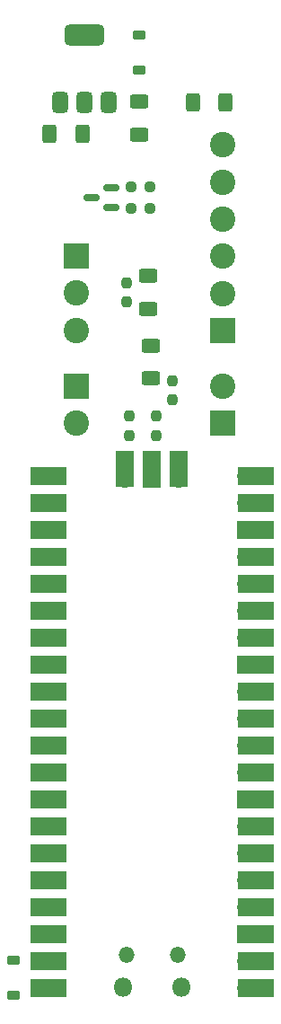
<source format=gbr>
%TF.GenerationSoftware,KiCad,Pcbnew,7.0.11+dfsg-1build4*%
%TF.CreationDate,2024-12-03T15:14:33-08:00*%
%TF.ProjectId,lightjar,6c696768-746a-4617-922e-6b696361645f,rev?*%
%TF.SameCoordinates,Original*%
%TF.FileFunction,Soldermask,Top*%
%TF.FilePolarity,Negative*%
%FSLAX46Y46*%
G04 Gerber Fmt 4.6, Leading zero omitted, Abs format (unit mm)*
G04 Created by KiCad (PCBNEW 7.0.11+dfsg-1build4) date 2024-12-03 15:14:33*
%MOMM*%
%LPD*%
G01*
G04 APERTURE LIST*
G04 Aperture macros list*
%AMRoundRect*
0 Rectangle with rounded corners*
0 $1 Rounding radius*
0 $2 $3 $4 $5 $6 $7 $8 $9 X,Y pos of 4 corners*
0 Add a 4 corners polygon primitive as box body*
4,1,4,$2,$3,$4,$5,$6,$7,$8,$9,$2,$3,0*
0 Add four circle primitives for the rounded corners*
1,1,$1+$1,$2,$3*
1,1,$1+$1,$4,$5*
1,1,$1+$1,$6,$7*
1,1,$1+$1,$8,$9*
0 Add four rect primitives between the rounded corners*
20,1,$1+$1,$2,$3,$4,$5,0*
20,1,$1+$1,$4,$5,$6,$7,0*
20,1,$1+$1,$6,$7,$8,$9,0*
20,1,$1+$1,$8,$9,$2,$3,0*%
G04 Aperture macros list end*
%ADD10RoundRect,0.225000X-0.375000X0.225000X-0.375000X-0.225000X0.375000X-0.225000X0.375000X0.225000X0*%
%ADD11RoundRect,0.225000X0.375000X-0.225000X0.375000X0.225000X-0.375000X0.225000X-0.375000X-0.225000X0*%
%ADD12RoundRect,0.237500X-0.250000X-0.237500X0.250000X-0.237500X0.250000X0.237500X-0.250000X0.237500X0*%
%ADD13RoundRect,0.250000X-0.400000X-0.625000X0.400000X-0.625000X0.400000X0.625000X-0.400000X0.625000X0*%
%ADD14RoundRect,0.237500X0.237500X-0.250000X0.237500X0.250000X-0.237500X0.250000X-0.237500X-0.250000X0*%
%ADD15RoundRect,0.250000X0.625000X-0.400000X0.625000X0.400000X-0.625000X0.400000X-0.625000X-0.400000X0*%
%ADD16RoundRect,0.250000X-0.625000X0.400000X-0.625000X-0.400000X0.625000X-0.400000X0.625000X0.400000X0*%
%ADD17RoundRect,0.237500X-0.237500X0.250000X-0.237500X-0.250000X0.237500X-0.250000X0.237500X0.250000X0*%
%ADD18C,2.400000*%
%ADD19R,2.400000X2.400000*%
%ADD20RoundRect,0.250000X0.400000X0.625000X-0.400000X0.625000X-0.400000X-0.625000X0.400000X-0.625000X0*%
%ADD21RoundRect,0.150000X0.587500X0.150000X-0.587500X0.150000X-0.587500X-0.150000X0.587500X-0.150000X0*%
%ADD22R,1.700000X3.500000*%
%ADD23O,1.700000X1.700000*%
%ADD24R,1.700000X1.700000*%
%ADD25R,3.500000X1.700000*%
%ADD26O,1.800000X1.800000*%
%ADD27O,1.500000X1.500000*%
%ADD28RoundRect,0.375000X0.375000X-0.625000X0.375000X0.625000X-0.375000X0.625000X-0.375000X-0.625000X0*%
%ADD29RoundRect,0.500000X1.400000X-0.500000X1.400000X0.500000X-1.400000X0.500000X-1.400000X-0.500000X0*%
G04 APERTURE END LIST*
D10*
%TO.C,D2*%
X150000000Y-124350000D03*
X150000000Y-127650000D03*
%TD*%
D11*
%TO.C,D1*%
X161902913Y-40495158D03*
X161902913Y-37195158D03*
%TD*%
D12*
%TO.C,R5*%
X162912500Y-51500000D03*
X161087500Y-51500000D03*
%TD*%
D13*
%TO.C,F1*%
X170050000Y-43500000D03*
X166950000Y-43500000D03*
%TD*%
D14*
%TO.C,R4*%
X163500000Y-73087500D03*
X163500000Y-74912500D03*
%TD*%
D15*
%TO.C,C4*%
X163013379Y-66443253D03*
X163013379Y-69543253D03*
%TD*%
D16*
%TO.C,C1*%
X161900000Y-43450000D03*
X161900000Y-46550000D03*
%TD*%
D17*
%TO.C,R1*%
X161000000Y-74912500D03*
X161000000Y-73087500D03*
%TD*%
D18*
%TO.C,J2*%
X156000000Y-73750000D03*
D19*
X156000000Y-70250000D03*
%TD*%
D12*
%TO.C,R6*%
X162912500Y-53500000D03*
X161087500Y-53500000D03*
%TD*%
D18*
%TO.C,J4*%
X156000000Y-65000000D03*
X156000000Y-61500000D03*
D19*
X156000000Y-58000000D03*
%TD*%
D20*
%TO.C,C2*%
X156550000Y-46500000D03*
X153450000Y-46500000D03*
%TD*%
D17*
%TO.C,R3*%
X160725000Y-62362500D03*
X160725000Y-60537500D03*
%TD*%
D19*
%TO.C,J1*%
X169799443Y-65030275D03*
D18*
X169799443Y-61530275D03*
X169799443Y-58030275D03*
X169799443Y-54530275D03*
X169799443Y-51030275D03*
X169799443Y-47530275D03*
%TD*%
D21*
%TO.C,Q1*%
X157400000Y-52500000D03*
X159275000Y-51550000D03*
X159275000Y-53450000D03*
%TD*%
D17*
%TO.C,R2*%
X165000000Y-71575000D03*
X165000000Y-69750000D03*
%TD*%
D22*
%TO.C,U2*%
X160570000Y-78090000D03*
D23*
X160570000Y-78990000D03*
D22*
X163110000Y-78090000D03*
D24*
X163110000Y-78990000D03*
D22*
X165650000Y-78090000D03*
D23*
X165650000Y-78990000D03*
D25*
X153320000Y-127020000D03*
D23*
X154220000Y-127020000D03*
D25*
X153320000Y-124480000D03*
D23*
X154220000Y-124480000D03*
D25*
X153320000Y-121940000D03*
D24*
X154220000Y-121940000D03*
D25*
X153320000Y-119400000D03*
D23*
X154220000Y-119400000D03*
D25*
X153320000Y-116860000D03*
D23*
X154220000Y-116860000D03*
D25*
X153320000Y-114320000D03*
D23*
X154220000Y-114320000D03*
D25*
X153320000Y-111780000D03*
D23*
X154220000Y-111780000D03*
D25*
X153320000Y-109240000D03*
D24*
X154220000Y-109240000D03*
D25*
X153320000Y-106700000D03*
D23*
X154220000Y-106700000D03*
D25*
X153320000Y-104160000D03*
D23*
X154220000Y-104160000D03*
D25*
X153320000Y-101620000D03*
D23*
X154220000Y-101620000D03*
D25*
X153320000Y-99080000D03*
D23*
X154220000Y-99080000D03*
D25*
X153320000Y-96540000D03*
D24*
X154220000Y-96540000D03*
D25*
X153320000Y-94000000D03*
D23*
X154220000Y-94000000D03*
D25*
X153320000Y-91460000D03*
D23*
X154220000Y-91460000D03*
D25*
X153320000Y-88920000D03*
D23*
X154220000Y-88920000D03*
D25*
X153320000Y-86380000D03*
D23*
X154220000Y-86380000D03*
D25*
X153320000Y-83840000D03*
D24*
X154220000Y-83840000D03*
D25*
X153320000Y-81300000D03*
D23*
X154220000Y-81300000D03*
D25*
X153320000Y-78760000D03*
D23*
X154220000Y-78760000D03*
D25*
X172900000Y-78760000D03*
D23*
X172000000Y-78760000D03*
D25*
X172900000Y-81300000D03*
D23*
X172000000Y-81300000D03*
D25*
X172900000Y-83840000D03*
D24*
X172000000Y-83840000D03*
D25*
X172900000Y-86380000D03*
D23*
X172000000Y-86380000D03*
D25*
X172900000Y-88920000D03*
D23*
X172000000Y-88920000D03*
D25*
X172900000Y-91460000D03*
D23*
X172000000Y-91460000D03*
D25*
X172900000Y-94000000D03*
D23*
X172000000Y-94000000D03*
D25*
X172900000Y-96540000D03*
D24*
X172000000Y-96540000D03*
D25*
X172900000Y-99080000D03*
D23*
X172000000Y-99080000D03*
D25*
X172900000Y-101620000D03*
D23*
X172000000Y-101620000D03*
D25*
X172900000Y-104160000D03*
D23*
X172000000Y-104160000D03*
D25*
X172900000Y-106700000D03*
D23*
X172000000Y-106700000D03*
D25*
X172900000Y-109240000D03*
D24*
X172000000Y-109240000D03*
D25*
X172900000Y-111780000D03*
D23*
X172000000Y-111780000D03*
D25*
X172900000Y-114320000D03*
D23*
X172000000Y-114320000D03*
D25*
X172900000Y-116860000D03*
D23*
X172000000Y-116860000D03*
D25*
X172900000Y-119400000D03*
D23*
X172000000Y-119400000D03*
D25*
X172900000Y-121940000D03*
D24*
X172000000Y-121940000D03*
D25*
X172900000Y-124480000D03*
D23*
X172000000Y-124480000D03*
D25*
X172900000Y-127020000D03*
D23*
X172000000Y-127020000D03*
D26*
X160385000Y-126890000D03*
D27*
X160685000Y-123860000D03*
X165535000Y-123860000D03*
D26*
X165835000Y-126890000D03*
%TD*%
D19*
%TO.C,J3*%
X169800000Y-73750000D03*
D18*
X169800000Y-70250000D03*
%TD*%
D28*
%TO.C,U1*%
X154400000Y-43500000D03*
X156700000Y-43500000D03*
D29*
X156700000Y-37200000D03*
D28*
X159000000Y-43500000D03*
%TD*%
D16*
%TO.C,C3*%
X162725000Y-63000000D03*
X162725000Y-59900000D03*
%TD*%
M02*

</source>
